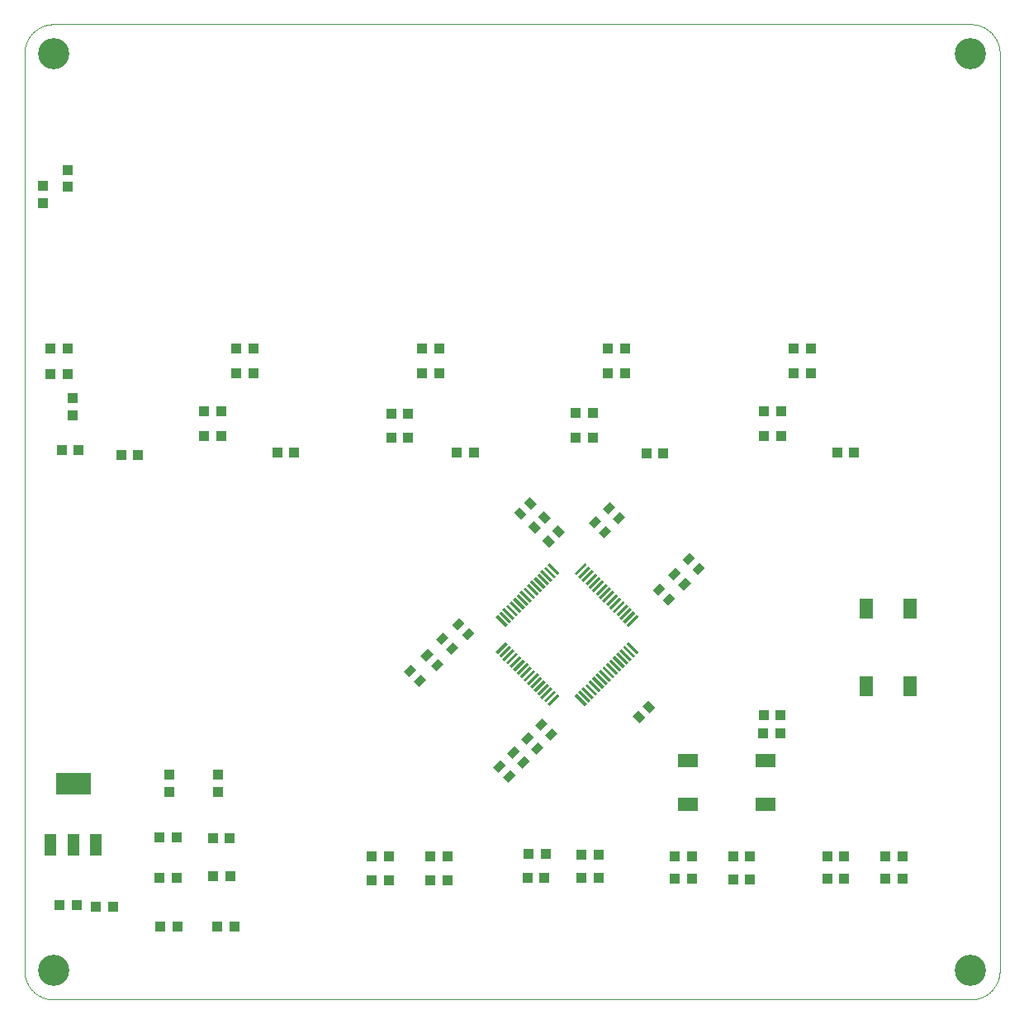
<source format=gtp>
G04 EAGLE Gerber RS-274X export*
G75*
%MOMM*%
%FSLAX34Y34*%
%LPD*%
%INSolder paste top*%
%IPPOS*%
%AMOC8*
5,1,8,0,0,1.08239X$1,22.5*%
G01*
%ADD10C,0.000000*%
%ADD11C,3.200000*%
%ADD12R,1.100000X1.000000*%
%ADD13R,1.080000X1.050000*%
%ADD14R,1.040000X0.810000*%
%ADD15R,1.400000X2.050000*%
%ADD16R,1.050000X1.080000*%
%ADD17R,2.050000X1.400000*%
%ADD18R,1.000000X1.100000*%
%ADD19R,1.475000X0.300000*%
%ADD20R,1.219200X2.235200*%
%ADD21R,3.600000X2.200000*%


D10*
X30000Y0D02*
X970000Y0D01*
X1000000Y30000D02*
X1000000Y970000D01*
X970000Y1000000D02*
X30000Y1000000D01*
X0Y970000D02*
X0Y30000D01*
X9Y29275D01*
X35Y28551D01*
X79Y27827D01*
X140Y27105D01*
X219Y26384D01*
X315Y25665D01*
X428Y24949D01*
X559Y24236D01*
X707Y23526D01*
X872Y22821D01*
X1054Y22119D01*
X1253Y21422D01*
X1468Y20729D01*
X1701Y20043D01*
X1950Y19362D01*
X2215Y18687D01*
X2496Y18019D01*
X2794Y17358D01*
X3107Y16704D01*
X3436Y16058D01*
X3781Y15420D01*
X4141Y14791D01*
X4516Y14171D01*
X4906Y13560D01*
X5310Y12958D01*
X5729Y12366D01*
X6163Y11785D01*
X6610Y11214D01*
X7071Y10655D01*
X7545Y10106D01*
X8032Y9570D01*
X8532Y9045D01*
X9045Y8532D01*
X9570Y8032D01*
X10106Y7545D01*
X10655Y7071D01*
X11214Y6610D01*
X11785Y6163D01*
X12366Y5729D01*
X12958Y5310D01*
X13560Y4906D01*
X14171Y4516D01*
X14791Y4141D01*
X15420Y3781D01*
X16058Y3436D01*
X16704Y3107D01*
X17358Y2794D01*
X18019Y2496D01*
X18687Y2215D01*
X19362Y1950D01*
X20043Y1701D01*
X20729Y1468D01*
X21422Y1253D01*
X22119Y1054D01*
X22821Y872D01*
X23526Y707D01*
X24236Y559D01*
X24949Y428D01*
X25665Y315D01*
X26384Y219D01*
X27105Y140D01*
X27827Y79D01*
X28551Y35D01*
X29275Y9D01*
X30000Y0D01*
X0Y970000D02*
X9Y970725D01*
X35Y971449D01*
X79Y972173D01*
X140Y972895D01*
X219Y973616D01*
X315Y974335D01*
X428Y975051D01*
X559Y975764D01*
X707Y976474D01*
X872Y977179D01*
X1054Y977881D01*
X1253Y978578D01*
X1468Y979271D01*
X1701Y979957D01*
X1950Y980638D01*
X2215Y981313D01*
X2496Y981981D01*
X2794Y982642D01*
X3107Y983296D01*
X3436Y983942D01*
X3781Y984580D01*
X4141Y985209D01*
X4516Y985829D01*
X4906Y986440D01*
X5310Y987042D01*
X5729Y987634D01*
X6163Y988215D01*
X6610Y988786D01*
X7071Y989345D01*
X7545Y989894D01*
X8032Y990430D01*
X8532Y990955D01*
X9045Y991468D01*
X9570Y991968D01*
X10106Y992455D01*
X10655Y992929D01*
X11214Y993390D01*
X11785Y993837D01*
X12366Y994271D01*
X12958Y994690D01*
X13560Y995094D01*
X14171Y995484D01*
X14791Y995859D01*
X15420Y996219D01*
X16058Y996564D01*
X16704Y996893D01*
X17358Y997206D01*
X18019Y997504D01*
X18687Y997785D01*
X19362Y998050D01*
X20043Y998299D01*
X20729Y998532D01*
X21422Y998747D01*
X22119Y998946D01*
X22821Y999128D01*
X23526Y999293D01*
X24236Y999441D01*
X24949Y999572D01*
X25665Y999685D01*
X26384Y999781D01*
X27105Y999860D01*
X27827Y999921D01*
X28551Y999965D01*
X29275Y999991D01*
X30000Y1000000D01*
X970000Y1000000D02*
X970725Y999991D01*
X971449Y999965D01*
X972173Y999921D01*
X972895Y999860D01*
X973616Y999781D01*
X974335Y999685D01*
X975051Y999572D01*
X975764Y999441D01*
X976474Y999293D01*
X977179Y999128D01*
X977881Y998946D01*
X978578Y998747D01*
X979271Y998532D01*
X979957Y998299D01*
X980638Y998050D01*
X981313Y997785D01*
X981981Y997504D01*
X982642Y997206D01*
X983296Y996893D01*
X983942Y996564D01*
X984580Y996219D01*
X985209Y995859D01*
X985829Y995484D01*
X986440Y995094D01*
X987042Y994690D01*
X987634Y994271D01*
X988215Y993837D01*
X988786Y993390D01*
X989345Y992929D01*
X989894Y992455D01*
X990430Y991968D01*
X990955Y991468D01*
X991468Y990955D01*
X991968Y990430D01*
X992455Y989894D01*
X992929Y989345D01*
X993390Y988786D01*
X993837Y988215D01*
X994271Y987634D01*
X994690Y987042D01*
X995094Y986440D01*
X995484Y985829D01*
X995859Y985209D01*
X996219Y984580D01*
X996564Y983942D01*
X996893Y983296D01*
X997206Y982642D01*
X997504Y981981D01*
X997785Y981313D01*
X998050Y980638D01*
X998299Y979957D01*
X998532Y979271D01*
X998747Y978578D01*
X998946Y977881D01*
X999128Y977179D01*
X999293Y976474D01*
X999441Y975764D01*
X999572Y975051D01*
X999685Y974335D01*
X999781Y973616D01*
X999860Y972895D01*
X999921Y972173D01*
X999965Y971449D01*
X999991Y970725D01*
X1000000Y970000D01*
X1000000Y30000D02*
X999991Y29275D01*
X999965Y28551D01*
X999921Y27827D01*
X999860Y27105D01*
X999781Y26384D01*
X999685Y25665D01*
X999572Y24949D01*
X999441Y24236D01*
X999293Y23526D01*
X999128Y22821D01*
X998946Y22119D01*
X998747Y21422D01*
X998532Y20729D01*
X998299Y20043D01*
X998050Y19362D01*
X997785Y18687D01*
X997504Y18019D01*
X997206Y17358D01*
X996893Y16704D01*
X996564Y16058D01*
X996219Y15420D01*
X995859Y14791D01*
X995484Y14171D01*
X995094Y13560D01*
X994690Y12958D01*
X994271Y12366D01*
X993837Y11785D01*
X993390Y11214D01*
X992929Y10655D01*
X992455Y10106D01*
X991968Y9570D01*
X991468Y9045D01*
X990955Y8532D01*
X990430Y8032D01*
X989894Y7545D01*
X989345Y7071D01*
X988786Y6610D01*
X988215Y6163D01*
X987634Y5729D01*
X987042Y5310D01*
X986440Y4906D01*
X985829Y4516D01*
X985209Y4141D01*
X984580Y3781D01*
X983942Y3436D01*
X983296Y3107D01*
X982642Y2794D01*
X981981Y2496D01*
X981313Y2215D01*
X980638Y1950D01*
X979957Y1701D01*
X979271Y1468D01*
X978578Y1253D01*
X977881Y1054D01*
X977179Y872D01*
X976474Y707D01*
X975764Y559D01*
X975051Y428D01*
X974335Y315D01*
X973616Y219D01*
X972895Y140D01*
X972173Y79D01*
X971449Y35D01*
X970725Y9D01*
X970000Y0D01*
D11*
X30000Y30000D03*
X30000Y970000D03*
X970000Y30000D03*
X970000Y970000D03*
D12*
X44250Y850810D03*
X44250Y833810D03*
D13*
X19050Y833950D03*
X19050Y816450D03*
D14*
G36*
X654523Y409723D02*
X661876Y417076D01*
X667603Y411349D01*
X660250Y403996D01*
X654523Y409723D01*
G37*
G36*
X644341Y419905D02*
X651694Y427258D01*
X657421Y421531D01*
X650068Y414178D01*
X644341Y419905D01*
G37*
G36*
X684530Y440999D02*
X691883Y448352D01*
X697610Y442625D01*
X690257Y435272D01*
X684530Y440999D01*
G37*
G36*
X674348Y451182D02*
X681701Y458535D01*
X687428Y452808D01*
X680075Y445455D01*
X674348Y451182D01*
G37*
G36*
X670162Y425361D02*
X677515Y432714D01*
X683242Y426987D01*
X675889Y419634D01*
X670162Y425361D01*
G37*
G36*
X659980Y435543D02*
X667333Y442896D01*
X673060Y437169D01*
X665707Y429816D01*
X659980Y435543D01*
G37*
G36*
X434949Y370904D02*
X427596Y363551D01*
X421869Y369278D01*
X429222Y376631D01*
X434949Y370904D01*
G37*
G36*
X445131Y360722D02*
X437778Y353369D01*
X432051Y359096D01*
X439404Y366449D01*
X445131Y360722D01*
G37*
G36*
X507873Y505146D02*
X515226Y497793D01*
X509499Y492066D01*
X502146Y499419D01*
X507873Y505146D01*
G37*
G36*
X518055Y515328D02*
X525408Y507975D01*
X519681Y502248D01*
X512328Y509601D01*
X518055Y515328D01*
G37*
G36*
X536610Y476409D02*
X543963Y469056D01*
X538236Y463329D01*
X530883Y470682D01*
X536610Y476409D01*
G37*
G36*
X546792Y486591D02*
X554145Y479238D01*
X548418Y473511D01*
X541065Y480864D01*
X546792Y486591D01*
G37*
G36*
X533759Y271125D02*
X541112Y278478D01*
X546839Y272751D01*
X539486Y265398D01*
X533759Y271125D01*
G37*
G36*
X523577Y281308D02*
X530930Y288661D01*
X536657Y282934D01*
X529304Y275581D01*
X523577Y281308D01*
G37*
G36*
X522241Y490778D02*
X529594Y483425D01*
X523867Y477698D01*
X516514Y485051D01*
X522241Y490778D01*
G37*
G36*
X532424Y500960D02*
X539777Y493607D01*
X534050Y487880D01*
X526697Y495233D01*
X532424Y500960D01*
G37*
G36*
X519391Y256757D02*
X526744Y264110D01*
X532471Y258383D01*
X525118Y251030D01*
X519391Y256757D01*
G37*
G36*
X509208Y266939D02*
X516561Y274292D01*
X522288Y268565D01*
X514935Y261212D01*
X509208Y266939D01*
G37*
G36*
X419449Y353904D02*
X412096Y346551D01*
X406369Y352278D01*
X413722Y359631D01*
X419449Y353904D01*
G37*
G36*
X429631Y343722D02*
X422278Y336369D01*
X416551Y342096D01*
X423904Y349449D01*
X429631Y343722D01*
G37*
G36*
X505022Y242389D02*
X512375Y249742D01*
X518102Y244015D01*
X510749Y236662D01*
X505022Y242389D01*
G37*
G36*
X494840Y252571D02*
X502193Y259924D01*
X507920Y254197D01*
X500567Y246844D01*
X494840Y252571D01*
G37*
G36*
X451449Y385904D02*
X444096Y378551D01*
X438369Y384278D01*
X445722Y391631D01*
X451449Y385904D01*
G37*
G36*
X461631Y375722D02*
X454278Y368369D01*
X448551Y374096D01*
X455904Y381449D01*
X461631Y375722D01*
G37*
G36*
X490654Y228020D02*
X498007Y235373D01*
X503734Y229646D01*
X496381Y222293D01*
X490654Y228020D01*
G37*
G36*
X480471Y238202D02*
X487824Y245555D01*
X493551Y239828D01*
X486198Y232475D01*
X480471Y238202D01*
G37*
G36*
X605952Y504655D02*
X598599Y497302D01*
X592872Y503029D01*
X600225Y510382D01*
X605952Y504655D01*
G37*
G36*
X616134Y494473D02*
X608781Y487120D01*
X603054Y492847D01*
X610407Y500200D01*
X616134Y494473D01*
G37*
G36*
X591584Y490286D02*
X584231Y482933D01*
X578504Y488660D01*
X585857Y496013D01*
X591584Y490286D01*
G37*
G36*
X601766Y480104D02*
X594413Y472751D01*
X588686Y478478D01*
X596039Y485831D01*
X601766Y480104D01*
G37*
D15*
X862850Y321260D03*
X862850Y400760D03*
X907850Y321260D03*
X907850Y400760D03*
D16*
X35960Y97120D03*
X53460Y97120D03*
X73110Y95190D03*
X90610Y95190D03*
X193150Y165700D03*
X210650Y165700D03*
D13*
X198300Y230700D03*
X198300Y213200D03*
D16*
X193850Y126600D03*
X211350Y126600D03*
X197850Y75000D03*
X215350Y75000D03*
X138750Y125000D03*
X156250Y125000D03*
X156750Y75000D03*
X139250Y75000D03*
X138750Y166000D03*
X156250Y166000D03*
D13*
X148770Y230700D03*
X148770Y213200D03*
X49530Y599280D03*
X49530Y616780D03*
D16*
X44310Y641050D03*
X26810Y641050D03*
X55740Y563580D03*
X38240Y563580D03*
X234810Y667720D03*
X217310Y667720D03*
X276720Y561040D03*
X259220Y561040D03*
X425310Y667720D03*
X407810Y667720D03*
X460870Y561040D03*
X443370Y561040D03*
X615810Y667720D03*
X598310Y667720D03*
X655180Y559770D03*
X637680Y559770D03*
X806310Y667720D03*
X788810Y667720D03*
X850760Y561040D03*
X833260Y561040D03*
X44310Y667720D03*
X26810Y667720D03*
X116700Y558500D03*
X99200Y558500D03*
X201790Y602950D03*
X184290Y602950D03*
X234810Y642320D03*
X217310Y642320D03*
X201790Y577550D03*
X184290Y577550D03*
X393560Y600410D03*
X376060Y600410D03*
X425310Y642320D03*
X407810Y642320D03*
X393560Y576280D03*
X376060Y576280D03*
X582790Y601680D03*
X565290Y601680D03*
X615810Y642320D03*
X598310Y642320D03*
X582790Y576280D03*
X565290Y576280D03*
X775830Y602950D03*
X758330Y602950D03*
X806310Y642320D03*
X788810Y642320D03*
X775830Y577550D03*
X758330Y577550D03*
X882770Y124160D03*
X900270Y124160D03*
X726560Y122890D03*
X744060Y122890D03*
X415980Y122390D03*
X433480Y122390D03*
X840580Y124160D03*
X823080Y124160D03*
X684370Y124160D03*
X666870Y124160D03*
X373790Y122390D03*
X356290Y122390D03*
X900270Y147020D03*
X882770Y147020D03*
X744060Y147020D03*
X726560Y147020D03*
X433480Y146520D03*
X415980Y146520D03*
X373790Y146520D03*
X356290Y146520D03*
X684370Y147020D03*
X666870Y147020D03*
X840580Y147020D03*
X823080Y147020D03*
D17*
X680250Y245500D03*
X759750Y245500D03*
X680250Y200500D03*
X759750Y200500D03*
D14*
G36*
X640904Y293551D02*
X633551Y300904D01*
X639278Y306631D01*
X646631Y299278D01*
X640904Y293551D01*
G37*
G36*
X630722Y283369D02*
X623369Y290722D01*
X629096Y296449D01*
X636449Y289096D01*
X630722Y283369D01*
G37*
D16*
X757600Y273000D03*
X775100Y273000D03*
D18*
X758350Y292000D03*
X775350Y292000D03*
D19*
G36*
X566381Y313620D02*
X576810Y303191D01*
X574689Y301070D01*
X564260Y311499D01*
X566381Y313620D01*
G37*
G36*
X569917Y317156D02*
X580346Y306727D01*
X578225Y304606D01*
X567796Y315035D01*
X569917Y317156D01*
G37*
G36*
X573452Y320692D02*
X583881Y310263D01*
X581760Y308142D01*
X571331Y318571D01*
X573452Y320692D01*
G37*
G36*
X576988Y324227D02*
X587417Y313798D01*
X585296Y311677D01*
X574867Y322106D01*
X576988Y324227D01*
G37*
G36*
X580523Y327763D02*
X590952Y317334D01*
X588831Y315213D01*
X578402Y325642D01*
X580523Y327763D01*
G37*
G36*
X584059Y331298D02*
X594488Y320869D01*
X592367Y318748D01*
X581938Y329177D01*
X584059Y331298D01*
G37*
G36*
X587594Y334834D02*
X598023Y324405D01*
X595902Y322284D01*
X585473Y332713D01*
X587594Y334834D01*
G37*
G36*
X591130Y338369D02*
X601559Y327940D01*
X599438Y325819D01*
X589009Y336248D01*
X591130Y338369D01*
G37*
G36*
X594665Y341905D02*
X605094Y331476D01*
X602973Y329355D01*
X592544Y339784D01*
X594665Y341905D01*
G37*
G36*
X598201Y345440D02*
X608630Y335011D01*
X606509Y332890D01*
X596080Y343319D01*
X598201Y345440D01*
G37*
G36*
X601736Y348976D02*
X612165Y338547D01*
X610044Y336426D01*
X599615Y346855D01*
X601736Y348976D01*
G37*
G36*
X605272Y352511D02*
X615701Y342082D01*
X613580Y339961D01*
X603151Y350390D01*
X605272Y352511D01*
G37*
G36*
X608808Y356047D02*
X619237Y345618D01*
X617116Y343497D01*
X606687Y353926D01*
X608808Y356047D01*
G37*
G36*
X612343Y359582D02*
X622772Y349153D01*
X620651Y347032D01*
X610222Y357461D01*
X612343Y359582D01*
G37*
G36*
X615879Y363118D02*
X626308Y352689D01*
X624187Y350568D01*
X613758Y360997D01*
X615879Y363118D01*
G37*
G36*
X619414Y366653D02*
X629843Y356224D01*
X627722Y354103D01*
X617293Y364532D01*
X619414Y366653D01*
G37*
G36*
X617293Y384339D02*
X627722Y394768D01*
X629843Y392647D01*
X619414Y382218D01*
X617293Y384339D01*
G37*
G36*
X613758Y387875D02*
X624187Y398304D01*
X626308Y396183D01*
X615879Y385754D01*
X613758Y387875D01*
G37*
G36*
X610222Y391410D02*
X620651Y401839D01*
X622772Y399718D01*
X612343Y389289D01*
X610222Y391410D01*
G37*
G36*
X606687Y394946D02*
X617116Y405375D01*
X619237Y403254D01*
X608808Y392825D01*
X606687Y394946D01*
G37*
G36*
X603151Y398481D02*
X613580Y408910D01*
X615701Y406789D01*
X605272Y396360D01*
X603151Y398481D01*
G37*
G36*
X599615Y402017D02*
X610044Y412446D01*
X612165Y410325D01*
X601736Y399896D01*
X599615Y402017D01*
G37*
G36*
X596080Y405552D02*
X606509Y415981D01*
X608630Y413860D01*
X598201Y403431D01*
X596080Y405552D01*
G37*
G36*
X592544Y409088D02*
X602973Y419517D01*
X605094Y417396D01*
X594665Y406967D01*
X592544Y409088D01*
G37*
G36*
X589009Y412623D02*
X599438Y423052D01*
X601559Y420931D01*
X591130Y410502D01*
X589009Y412623D01*
G37*
G36*
X585473Y416159D02*
X595902Y426588D01*
X598023Y424467D01*
X587594Y414038D01*
X585473Y416159D01*
G37*
G36*
X581938Y419694D02*
X592367Y430123D01*
X594488Y428002D01*
X584059Y417573D01*
X581938Y419694D01*
G37*
G36*
X578402Y423230D02*
X588831Y433659D01*
X590952Y431538D01*
X580523Y421109D01*
X578402Y423230D01*
G37*
G36*
X574867Y426765D02*
X585296Y437194D01*
X587417Y435073D01*
X576988Y424644D01*
X574867Y426765D01*
G37*
G36*
X571331Y430301D02*
X581760Y440730D01*
X583881Y438609D01*
X573452Y428180D01*
X571331Y430301D01*
G37*
G36*
X567796Y433837D02*
X578225Y444266D01*
X580346Y442145D01*
X569917Y431716D01*
X567796Y433837D01*
G37*
G36*
X564260Y437372D02*
X574689Y447801D01*
X576810Y445680D01*
X566381Y435251D01*
X564260Y437372D01*
G37*
G36*
X538267Y447801D02*
X548696Y437372D01*
X546575Y435251D01*
X536146Y445680D01*
X538267Y447801D01*
G37*
G36*
X534731Y444266D02*
X545160Y433837D01*
X543039Y431716D01*
X532610Y442145D01*
X534731Y444266D01*
G37*
G36*
X531196Y440730D02*
X541625Y430301D01*
X539504Y428180D01*
X529075Y438609D01*
X531196Y440730D01*
G37*
G36*
X527660Y437194D02*
X538089Y426765D01*
X535968Y424644D01*
X525539Y435073D01*
X527660Y437194D01*
G37*
G36*
X524124Y433659D02*
X534553Y423230D01*
X532432Y421109D01*
X522003Y431538D01*
X524124Y433659D01*
G37*
G36*
X520589Y430123D02*
X531018Y419694D01*
X528897Y417573D01*
X518468Y428002D01*
X520589Y430123D01*
G37*
G36*
X517053Y426588D02*
X527482Y416159D01*
X525361Y414038D01*
X514932Y424467D01*
X517053Y426588D01*
G37*
G36*
X513518Y423052D02*
X523947Y412623D01*
X521826Y410502D01*
X511397Y420931D01*
X513518Y423052D01*
G37*
G36*
X509982Y419517D02*
X520411Y409088D01*
X518290Y406967D01*
X507861Y417396D01*
X509982Y419517D01*
G37*
G36*
X506447Y415981D02*
X516876Y405552D01*
X514755Y403431D01*
X504326Y413860D01*
X506447Y415981D01*
G37*
G36*
X502911Y412446D02*
X513340Y402017D01*
X511219Y399896D01*
X500790Y410325D01*
X502911Y412446D01*
G37*
G36*
X499376Y408910D02*
X509805Y398481D01*
X507684Y396360D01*
X497255Y406789D01*
X499376Y408910D01*
G37*
G36*
X495840Y405375D02*
X506269Y394946D01*
X504148Y392825D01*
X493719Y403254D01*
X495840Y405375D01*
G37*
G36*
X492305Y401839D02*
X502734Y391410D01*
X500613Y389289D01*
X490184Y399718D01*
X492305Y401839D01*
G37*
G36*
X488769Y398304D02*
X499198Y387875D01*
X497077Y385754D01*
X486648Y396183D01*
X488769Y398304D01*
G37*
G36*
X485234Y394768D02*
X495663Y384339D01*
X493542Y382218D01*
X483113Y392647D01*
X485234Y394768D01*
G37*
G36*
X483113Y356224D02*
X493542Y366653D01*
X495663Y364532D01*
X485234Y354103D01*
X483113Y356224D01*
G37*
G36*
X486648Y352689D02*
X497077Y363118D01*
X499198Y360997D01*
X488769Y350568D01*
X486648Y352689D01*
G37*
G36*
X490184Y349153D02*
X500613Y359582D01*
X502734Y357461D01*
X492305Y347032D01*
X490184Y349153D01*
G37*
G36*
X493719Y345618D02*
X504148Y356047D01*
X506269Y353926D01*
X495840Y343497D01*
X493719Y345618D01*
G37*
G36*
X497255Y342082D02*
X507684Y352511D01*
X509805Y350390D01*
X499376Y339961D01*
X497255Y342082D01*
G37*
G36*
X500790Y338547D02*
X511219Y348976D01*
X513340Y346855D01*
X502911Y336426D01*
X500790Y338547D01*
G37*
G36*
X504326Y335011D02*
X514755Y345440D01*
X516876Y343319D01*
X506447Y332890D01*
X504326Y335011D01*
G37*
G36*
X507861Y331476D02*
X518290Y341905D01*
X520411Y339784D01*
X509982Y329355D01*
X507861Y331476D01*
G37*
G36*
X511397Y327940D02*
X521826Y338369D01*
X523947Y336248D01*
X513518Y325819D01*
X511397Y327940D01*
G37*
G36*
X514932Y324405D02*
X525361Y334834D01*
X527482Y332713D01*
X517053Y322284D01*
X514932Y324405D01*
G37*
G36*
X518468Y320869D02*
X528897Y331298D01*
X531018Y329177D01*
X520589Y318748D01*
X518468Y320869D01*
G37*
G36*
X522003Y317334D02*
X532432Y327763D01*
X534553Y325642D01*
X524124Y315213D01*
X522003Y317334D01*
G37*
G36*
X525539Y313798D02*
X535968Y324227D01*
X538089Y322106D01*
X527660Y311677D01*
X525539Y313798D01*
G37*
G36*
X529075Y310263D02*
X539504Y320692D01*
X541625Y318571D01*
X531196Y308142D01*
X529075Y310263D01*
G37*
G36*
X532610Y306727D02*
X543039Y317156D01*
X545160Y315035D01*
X534731Y304606D01*
X532610Y306727D01*
G37*
G36*
X536146Y303191D02*
X546575Y313620D01*
X548696Y311499D01*
X538267Y301070D01*
X536146Y303191D01*
G37*
D14*
G36*
X401949Y337904D02*
X394596Y330551D01*
X388869Y336278D01*
X396222Y343631D01*
X401949Y337904D01*
G37*
G36*
X412131Y327722D02*
X404778Y320369D01*
X399051Y326096D01*
X406404Y333449D01*
X412131Y327722D01*
G37*
D16*
X571256Y124986D03*
X588756Y124986D03*
X588744Y148580D03*
X571244Y148580D03*
X533244Y124542D03*
X515744Y124542D03*
X534244Y149108D03*
X516744Y149108D03*
D20*
X26886Y159012D03*
X50000Y159012D03*
X73114Y159012D03*
D21*
X50000Y220990D03*
M02*

</source>
